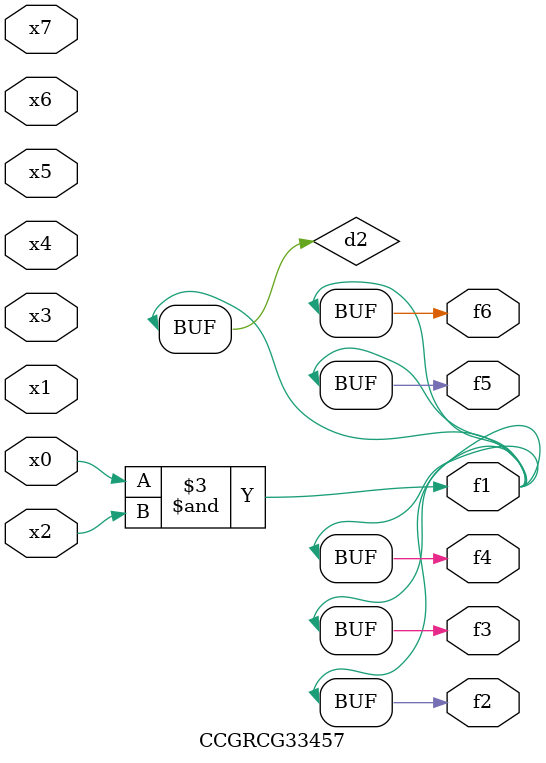
<source format=v>
module CCGRCG33457(
	input x0, x1, x2, x3, x4, x5, x6, x7,
	output f1, f2, f3, f4, f5, f6
);

	wire d1, d2;

	nor (d1, x3, x6);
	and (d2, x0, x2);
	assign f1 = d2;
	assign f2 = d2;
	assign f3 = d2;
	assign f4 = d2;
	assign f5 = d2;
	assign f6 = d2;
endmodule

</source>
